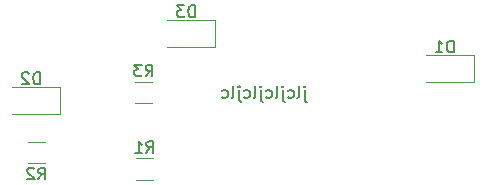
<source format=gbo>
%TF.GenerationSoftware,KiCad,Pcbnew,(6.0.4-0)*%
%TF.CreationDate,2022-04-25T17:07:08-04:00*%
%TF.ProjectId,earth_base,65617274-685f-4626-9173-652e6b696361,rev?*%
%TF.SameCoordinates,Original*%
%TF.FileFunction,Legend,Bot*%
%TF.FilePolarity,Positive*%
%FSLAX46Y46*%
G04 Gerber Fmt 4.6, Leading zero omitted, Abs format (unit mm)*
G04 Created by KiCad (PCBNEW (6.0.4-0)) date 2022-04-25 17:07:08*
%MOMM*%
%LPD*%
G01*
G04 APERTURE LIST*
%ADD10C,0.150000*%
%ADD11C,0.120000*%
G04 APERTURE END LIST*
D10*
X153336190Y-101385714D02*
X153336190Y-102242857D01*
X153383809Y-102338095D01*
X153479047Y-102385714D01*
X153526666Y-102385714D01*
X153336190Y-101052380D02*
X153383809Y-101100000D01*
X153336190Y-101147619D01*
X153288571Y-101100000D01*
X153336190Y-101052380D01*
X153336190Y-101147619D01*
X152717142Y-102052380D02*
X152812380Y-102004761D01*
X152860000Y-101909523D01*
X152860000Y-101052380D01*
X151907619Y-102004761D02*
X152002857Y-102052380D01*
X152193333Y-102052380D01*
X152288571Y-102004761D01*
X152336190Y-101957142D01*
X152383809Y-101861904D01*
X152383809Y-101576190D01*
X152336190Y-101480952D01*
X152288571Y-101433333D01*
X152193333Y-101385714D01*
X152002857Y-101385714D01*
X151907619Y-101433333D01*
X151479047Y-101385714D02*
X151479047Y-102242857D01*
X151526666Y-102338095D01*
X151621904Y-102385714D01*
X151669523Y-102385714D01*
X151479047Y-101052380D02*
X151526666Y-101100000D01*
X151479047Y-101147619D01*
X151431428Y-101100000D01*
X151479047Y-101052380D01*
X151479047Y-101147619D01*
X150860000Y-102052380D02*
X150955238Y-102004761D01*
X151002857Y-101909523D01*
X151002857Y-101052380D01*
X150050476Y-102004761D02*
X150145714Y-102052380D01*
X150336190Y-102052380D01*
X150431428Y-102004761D01*
X150479047Y-101957142D01*
X150526666Y-101861904D01*
X150526666Y-101576190D01*
X150479047Y-101480952D01*
X150431428Y-101433333D01*
X150336190Y-101385714D01*
X150145714Y-101385714D01*
X150050476Y-101433333D01*
X149621904Y-101385714D02*
X149621904Y-102242857D01*
X149669523Y-102338095D01*
X149764761Y-102385714D01*
X149812380Y-102385714D01*
X149621904Y-101052380D02*
X149669523Y-101100000D01*
X149621904Y-101147619D01*
X149574285Y-101100000D01*
X149621904Y-101052380D01*
X149621904Y-101147619D01*
X149002857Y-102052380D02*
X149098095Y-102004761D01*
X149145714Y-101909523D01*
X149145714Y-101052380D01*
X148193333Y-102004761D02*
X148288571Y-102052380D01*
X148479047Y-102052380D01*
X148574285Y-102004761D01*
X148621904Y-101957142D01*
X148669523Y-101861904D01*
X148669523Y-101576190D01*
X148621904Y-101480952D01*
X148574285Y-101433333D01*
X148479047Y-101385714D01*
X148288571Y-101385714D01*
X148193333Y-101433333D01*
X147764761Y-101385714D02*
X147764761Y-102242857D01*
X147812380Y-102338095D01*
X147907619Y-102385714D01*
X147955238Y-102385714D01*
X147764761Y-101052380D02*
X147812380Y-101100000D01*
X147764761Y-101147619D01*
X147717142Y-101100000D01*
X147764761Y-101052380D01*
X147764761Y-101147619D01*
X147145714Y-102052380D02*
X147240952Y-102004761D01*
X147288571Y-101909523D01*
X147288571Y-101052380D01*
X146336190Y-102004761D02*
X146431428Y-102052380D01*
X146621904Y-102052380D01*
X146717142Y-102004761D01*
X146764761Y-101957142D01*
X146812380Y-101861904D01*
X146812380Y-101576190D01*
X146764761Y-101480952D01*
X146717142Y-101433333D01*
X146621904Y-101385714D01*
X146431428Y-101385714D01*
X146336190Y-101433333D01*
%TO.C,D3*%
X144035385Y-95220097D02*
X144035385Y-94220097D01*
X143797290Y-94220097D01*
X143654432Y-94267717D01*
X143559194Y-94362955D01*
X143511575Y-94458193D01*
X143463956Y-94648669D01*
X143463956Y-94791526D01*
X143511575Y-94982002D01*
X143559194Y-95077240D01*
X143654432Y-95172478D01*
X143797290Y-95220097D01*
X144035385Y-95220097D01*
X143130623Y-94220097D02*
X142511575Y-94220097D01*
X142844909Y-94601050D01*
X142702051Y-94601050D01*
X142606813Y-94648669D01*
X142559194Y-94696288D01*
X142511575Y-94791526D01*
X142511575Y-95029621D01*
X142559194Y-95124859D01*
X142606813Y-95172478D01*
X142702051Y-95220097D01*
X142987766Y-95220097D01*
X143083004Y-95172478D01*
X143130623Y-95124859D01*
%TO.C,D2*%
X130908505Y-100885629D02*
X130908505Y-99885629D01*
X130670410Y-99885629D01*
X130527552Y-99933249D01*
X130432314Y-100028487D01*
X130384695Y-100123725D01*
X130337076Y-100314201D01*
X130337076Y-100457058D01*
X130384695Y-100647534D01*
X130432314Y-100742772D01*
X130527552Y-100838010D01*
X130670410Y-100885629D01*
X130908505Y-100885629D01*
X129956124Y-99980868D02*
X129908505Y-99933249D01*
X129813267Y-99885629D01*
X129575171Y-99885629D01*
X129479933Y-99933249D01*
X129432314Y-99980868D01*
X129384695Y-100076106D01*
X129384695Y-100171344D01*
X129432314Y-100314201D01*
X130003743Y-100885629D01*
X129384695Y-100885629D01*
%TO.C,D1*%
X165933550Y-98195126D02*
X165933550Y-97195126D01*
X165695455Y-97195126D01*
X165552597Y-97242746D01*
X165457359Y-97337984D01*
X165409740Y-97433222D01*
X165362121Y-97623698D01*
X165362121Y-97766555D01*
X165409740Y-97957031D01*
X165457359Y-98052269D01*
X165552597Y-98147507D01*
X165695455Y-98195126D01*
X165933550Y-98195126D01*
X164409740Y-98195126D02*
X164981169Y-98195126D01*
X164695455Y-98195126D02*
X164695455Y-97195126D01*
X164790693Y-97337984D01*
X164885931Y-97433222D01*
X164981169Y-97480841D01*
%TO.C,R3*%
X139866666Y-100232380D02*
X140200000Y-99756190D01*
X140438095Y-100232380D02*
X140438095Y-99232380D01*
X140057142Y-99232380D01*
X139961904Y-99280000D01*
X139914285Y-99327619D01*
X139866666Y-99422857D01*
X139866666Y-99565714D01*
X139914285Y-99660952D01*
X139961904Y-99708571D01*
X140057142Y-99756190D01*
X140438095Y-99756190D01*
X139533333Y-99232380D02*
X138914285Y-99232380D01*
X139247619Y-99613333D01*
X139104761Y-99613333D01*
X139009523Y-99660952D01*
X138961904Y-99708571D01*
X138914285Y-99803809D01*
X138914285Y-100041904D01*
X138961904Y-100137142D01*
X139009523Y-100184761D01*
X139104761Y-100232380D01*
X139390476Y-100232380D01*
X139485714Y-100184761D01*
X139533333Y-100137142D01*
%TO.C,R2*%
X130784166Y-108952380D02*
X131117500Y-108476190D01*
X131355595Y-108952380D02*
X131355595Y-107952380D01*
X130974642Y-107952380D01*
X130879404Y-108000000D01*
X130831785Y-108047619D01*
X130784166Y-108142857D01*
X130784166Y-108285714D01*
X130831785Y-108380952D01*
X130879404Y-108428571D01*
X130974642Y-108476190D01*
X131355595Y-108476190D01*
X130403214Y-108047619D02*
X130355595Y-108000000D01*
X130260357Y-107952380D01*
X130022261Y-107952380D01*
X129927023Y-108000000D01*
X129879404Y-108047619D01*
X129831785Y-108142857D01*
X129831785Y-108238095D01*
X129879404Y-108380952D01*
X130450833Y-108952380D01*
X129831785Y-108952380D01*
%TO.C,R1*%
X139923968Y-106708406D02*
X140257302Y-106232216D01*
X140495397Y-106708406D02*
X140495397Y-105708406D01*
X140114444Y-105708406D01*
X140019206Y-105756026D01*
X139971587Y-105803645D01*
X139923968Y-105898883D01*
X139923968Y-106041740D01*
X139971587Y-106136978D01*
X140019206Y-106184597D01*
X140114444Y-106232216D01*
X140495397Y-106232216D01*
X138971587Y-106708406D02*
X139543016Y-106708406D01*
X139257302Y-106708406D02*
X139257302Y-105708406D01*
X139352540Y-105851264D01*
X139447778Y-105946502D01*
X139543016Y-105994121D01*
D11*
%TO.C,D3*%
X145757290Y-97722717D02*
X141697290Y-97722717D01*
X145757290Y-95452717D02*
X145757290Y-97722717D01*
X141697290Y-95452717D02*
X145757290Y-95452717D01*
%TO.C,D2*%
X132630410Y-103388249D02*
X128570410Y-103388249D01*
X132630410Y-101118249D02*
X132630410Y-103388249D01*
X128570410Y-101118249D02*
X132630410Y-101118249D01*
%TO.C,D1*%
X167655455Y-100697746D02*
X163595455Y-100697746D01*
X167655455Y-98427746D02*
X167655455Y-100697746D01*
X163595455Y-98427746D02*
X167655455Y-98427746D01*
%TO.C,R3*%
X140427064Y-102510000D02*
X138972936Y-102510000D01*
X140427064Y-100690000D02*
X138972936Y-100690000D01*
%TO.C,R2*%
X129890436Y-105770000D02*
X131344564Y-105770000D01*
X129890436Y-107590000D02*
X131344564Y-107590000D01*
%TO.C,R1*%
X140484366Y-108986026D02*
X139030238Y-108986026D01*
X140484366Y-107166026D02*
X139030238Y-107166026D01*
%TD*%
M02*

</source>
